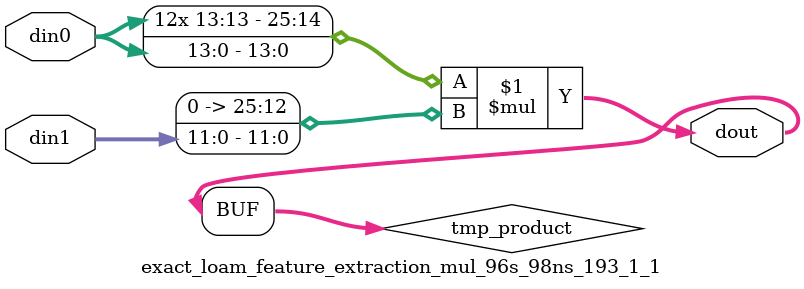
<source format=v>

`timescale 1 ns / 1 ps

 module exact_loam_feature_extraction_mul_96s_98ns_193_1_1(din0, din1, dout);
parameter ID = 1;
parameter NUM_STAGE = 0;
parameter din0_WIDTH = 14;
parameter din1_WIDTH = 12;
parameter dout_WIDTH = 26;

input [din0_WIDTH - 1 : 0] din0; 
input [din1_WIDTH - 1 : 0] din1; 
output [dout_WIDTH - 1 : 0] dout;

wire signed [dout_WIDTH - 1 : 0] tmp_product;


























assign tmp_product = $signed(din0) * $signed({1'b0, din1});









assign dout = tmp_product;





















endmodule

</source>
